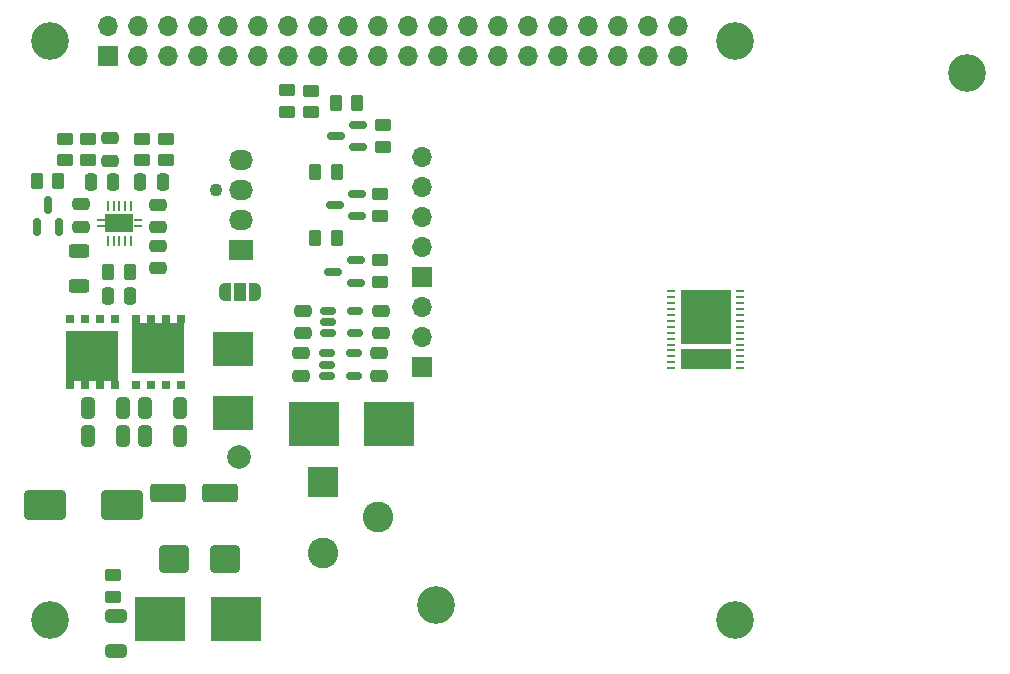
<source format=gts>
G04 #@! TF.GenerationSoftware,KiCad,Pcbnew,7.0.7-7.0.7~ubuntu22.04.1*
G04 #@! TF.CreationDate,2023-10-22T18:43:05+02:00*
G04 #@! TF.ProjectId,bitaxeUltra,62697461-7865-4556-9c74-72612e6b6963,rev?*
G04 #@! TF.SameCoordinates,Original*
G04 #@! TF.FileFunction,Soldermask,Top*
G04 #@! TF.FilePolarity,Negative*
%FSLAX46Y46*%
G04 Gerber Fmt 4.6, Leading zero omitted, Abs format (unit mm)*
G04 Created by KiCad (PCBNEW 7.0.7-7.0.7~ubuntu22.04.1) date 2023-10-22 18:43:05*
%MOMM*%
%LPD*%
G01*
G04 APERTURE LIST*
G04 Aperture macros list*
%AMRoundRect*
0 Rectangle with rounded corners*
0 $1 Rounding radius*
0 $2 $3 $4 $5 $6 $7 $8 $9 X,Y pos of 4 corners*
0 Add a 4 corners polygon primitive as box body*
4,1,4,$2,$3,$4,$5,$6,$7,$8,$9,$2,$3,0*
0 Add four circle primitives for the rounded corners*
1,1,$1+$1,$2,$3*
1,1,$1+$1,$4,$5*
1,1,$1+$1,$6,$7*
1,1,$1+$1,$8,$9*
0 Add four rect primitives between the rounded corners*
20,1,$1+$1,$2,$3,$4,$5,0*
20,1,$1+$1,$4,$5,$6,$7,0*
20,1,$1+$1,$6,$7,$8,$9,0*
20,1,$1+$1,$8,$9,$2,$3,0*%
%AMFreePoly0*
4,1,19,0.550000,-0.750000,0.000000,-0.750000,0.000000,-0.744911,-0.071157,-0.744911,-0.207708,-0.704816,-0.327430,-0.627875,-0.420627,-0.520320,-0.479746,-0.390866,-0.500000,-0.250000,-0.500000,0.250000,-0.479746,0.390866,-0.420627,0.520320,-0.327430,0.627875,-0.207708,0.704816,-0.071157,0.744911,0.000000,0.744911,0.000000,0.750000,0.550000,0.750000,0.550000,-0.750000,0.550000,-0.750000,
$1*%
%AMFreePoly1*
4,1,19,0.000000,0.744911,0.071157,0.744911,0.207708,0.704816,0.327430,0.627875,0.420627,0.520320,0.479746,0.390866,0.500000,0.250000,0.500000,-0.250000,0.479746,-0.390866,0.420627,-0.520320,0.327430,-0.627875,0.207708,-0.704816,0.071157,-0.744911,0.000000,-0.744911,0.000000,-0.750000,-0.550000,-0.750000,-0.550000,0.750000,0.000000,0.750000,0.000000,0.744911,0.000000,0.744911,
$1*%
G04 Aperture macros list end*
%ADD10FreePoly0,180.000000*%
%ADD11R,1.000000X1.500000*%
%ADD12FreePoly1,180.000000*%
%ADD13RoundRect,0.250000X-0.450000X0.262500X-0.450000X-0.262500X0.450000X-0.262500X0.450000X0.262500X0*%
%ADD14R,4.245000X3.810000*%
%ADD15RoundRect,0.150000X0.150000X-0.587500X0.150000X0.587500X-0.150000X0.587500X-0.150000X-0.587500X0*%
%ADD16R,1.700000X1.700000*%
%ADD17O,1.700000X1.700000*%
%ADD18RoundRect,0.150000X-0.512500X-0.150000X0.512500X-0.150000X0.512500X0.150000X-0.512500X0.150000X0*%
%ADD19RoundRect,0.250000X0.262500X0.450000X-0.262500X0.450000X-0.262500X-0.450000X0.262500X-0.450000X0*%
%ADD20RoundRect,0.250000X-0.475000X0.250000X-0.475000X-0.250000X0.475000X-0.250000X0.475000X0.250000X0*%
%ADD21RoundRect,0.250000X0.450000X-0.262500X0.450000X0.262500X-0.450000X0.262500X-0.450000X-0.262500X0*%
%ADD22RoundRect,0.250000X0.250000X0.475000X-0.250000X0.475000X-0.250000X-0.475000X0.250000X-0.475000X0*%
%ADD23RoundRect,0.250000X1.250000X0.550000X-1.250000X0.550000X-1.250000X-0.550000X1.250000X-0.550000X0*%
%ADD24C,3.200000*%
%ADD25R,3.500000X2.950000*%
%ADD26RoundRect,0.250000X-0.325000X-0.650000X0.325000X-0.650000X0.325000X0.650000X-0.325000X0.650000X0*%
%ADD27RoundRect,0.250000X-1.000000X-0.900000X1.000000X-0.900000X1.000000X0.900000X-1.000000X0.900000X0*%
%ADD28RoundRect,0.250000X-0.625000X0.312500X-0.625000X-0.312500X0.625000X-0.312500X0.625000X0.312500X0*%
%ADD29RoundRect,0.250000X0.325000X0.650000X-0.325000X0.650000X-0.325000X-0.650000X0.325000X-0.650000X0*%
%ADD30C,1.100000*%
%ADD31R,2.030000X1.730000*%
%ADD32O,2.030000X1.730000*%
%ADD33RoundRect,0.150000X0.587500X0.150000X-0.587500X0.150000X-0.587500X-0.150000X0.587500X-0.150000X0*%
%ADD34R,0.700000X0.700000*%
%ADD35R,4.510000X4.350000*%
%ADD36RoundRect,0.250000X-0.250000X-0.475000X0.250000X-0.475000X0.250000X0.475000X-0.250000X0.475000X0*%
%ADD37C,2.000000*%
%ADD38R,0.792000X0.221000*%
%ADD39R,4.277000X1.810000*%
%ADD40R,4.277000X4.530000*%
%ADD41RoundRect,0.250000X-0.262500X-0.450000X0.262500X-0.450000X0.262500X0.450000X-0.262500X0.450000X0*%
%ADD42RoundRect,0.250000X-1.500000X-1.000000X1.500000X-1.000000X1.500000X1.000000X-1.500000X1.000000X0*%
%ADD43RoundRect,0.250000X-0.650000X0.325000X-0.650000X-0.325000X0.650000X-0.325000X0.650000X0.325000X0*%
%ADD44RoundRect,0.250000X0.475000X-0.250000X0.475000X0.250000X-0.475000X0.250000X-0.475000X-0.250000X0*%
%ADD45R,2.600000X2.600000*%
%ADD46C,2.600000*%
%ADD47R,0.280000X0.850000*%
%ADD48R,0.700000X0.280000*%
%ADD49R,2.400000X1.650000*%
G04 APERTURE END LIST*
D10*
X194200000Y-80500000D03*
D11*
X192900000Y-80500000D03*
D12*
X191600000Y-80500000D03*
D13*
X204724000Y-72239500D03*
X204724000Y-74064500D03*
D14*
X205511000Y-91694000D03*
X199136000Y-91694000D03*
D15*
X175708000Y-75010700D03*
X177608000Y-75010700D03*
X176658000Y-73135700D03*
D16*
X208280000Y-79248000D03*
D17*
X208280000Y-76708000D03*
X208280000Y-74168000D03*
X208280000Y-71628000D03*
X208280000Y-69088000D03*
D18*
X200255500Y-85730000D03*
X200255500Y-86680000D03*
X200255500Y-87630000D03*
X202530500Y-87630000D03*
X202530500Y-85730000D03*
D19*
X183592200Y-78873800D03*
X181767200Y-78873800D03*
D20*
X185949314Y-76636937D03*
X185949314Y-78536937D03*
D19*
X177519700Y-71126800D03*
X175694700Y-71126800D03*
D21*
X198882000Y-65325000D03*
X198882000Y-63500000D03*
D22*
X186360800Y-71201337D03*
X184460800Y-71201337D03*
D23*
X191222200Y-97572300D03*
X186822200Y-97572300D03*
D24*
X176850000Y-108300000D03*
D13*
X184648800Y-67545637D03*
X184648800Y-69370637D03*
D25*
X192331700Y-85325400D03*
X192331700Y-90775400D03*
D13*
X186630000Y-67545637D03*
X186630000Y-69370637D03*
D26*
X180034500Y-90354600D03*
X182984500Y-90354600D03*
D27*
X187334000Y-103124000D03*
X191634000Y-103124000D03*
D28*
X179294514Y-77104837D03*
X179294514Y-80029837D03*
D13*
X178075314Y-67545637D03*
X178075314Y-69370637D03*
D29*
X187814100Y-92742200D03*
X184864100Y-92742200D03*
D19*
X201094250Y-70358000D03*
X199269250Y-70358000D03*
D13*
X180005714Y-67545637D03*
X180005714Y-69370637D03*
D19*
X201094250Y-75946000D03*
X199269250Y-75946000D03*
D20*
X204827500Y-82108000D03*
X204827500Y-84008000D03*
D30*
X190834000Y-71872000D03*
D31*
X192994000Y-76952000D03*
D32*
X192994000Y-74412000D03*
X192994000Y-71872000D03*
X192994000Y-69332000D03*
D16*
X181737000Y-60568000D03*
D17*
X181737000Y-58028000D03*
X184277000Y-60568000D03*
X184277000Y-58028000D03*
X186817000Y-60568000D03*
X186817000Y-58028000D03*
X189357000Y-60568000D03*
X189357000Y-58028000D03*
X191897000Y-60568000D03*
X191897000Y-58028000D03*
X194437000Y-60568000D03*
X194437000Y-58028000D03*
X196977000Y-60568000D03*
X196977000Y-58028000D03*
X199517000Y-60568000D03*
X199517000Y-58028000D03*
X202057000Y-60568000D03*
X202057000Y-58028000D03*
X204597000Y-60568000D03*
X204597000Y-58028000D03*
X207137000Y-60568000D03*
X207137000Y-58028000D03*
X209677000Y-60568000D03*
X209677000Y-58028000D03*
X212217000Y-60568000D03*
X212217000Y-58028000D03*
X214757000Y-60568000D03*
X214757000Y-58028000D03*
X217297000Y-60568000D03*
X217297000Y-58028000D03*
X219837000Y-60568000D03*
X219837000Y-58028000D03*
X222377000Y-60568000D03*
X222377000Y-58028000D03*
X224917000Y-60568000D03*
X224917000Y-58028000D03*
X227457000Y-60568000D03*
X227457000Y-58028000D03*
X229997000Y-60568000D03*
X229997000Y-58028000D03*
D33*
X202692000Y-79756000D03*
X202692000Y-77856000D03*
X200817000Y-78806000D03*
D34*
X182322200Y-82804800D03*
X181052200Y-82804800D03*
X179782200Y-82804800D03*
X178512200Y-82804800D03*
D35*
X180417200Y-85934800D03*
D34*
X182322200Y-88404800D03*
X181052200Y-88404800D03*
X179782200Y-88404800D03*
X178512200Y-88404800D03*
D24*
X234850000Y-108300000D03*
D34*
X184100200Y-88404800D03*
X185370200Y-88404800D03*
X186640200Y-88404800D03*
X187910200Y-88404800D03*
D35*
X186005200Y-85274800D03*
D34*
X184100200Y-82804800D03*
X185370200Y-82804800D03*
X186640200Y-82804800D03*
X187910200Y-82804800D03*
D36*
X181729700Y-80905800D03*
X183629700Y-80905800D03*
D20*
X179452000Y-73123200D03*
X179452000Y-75023200D03*
X198091000Y-85730000D03*
X198091000Y-87630000D03*
D13*
X182118000Y-104497500D03*
X182118000Y-106322500D03*
D20*
X198223500Y-82108000D03*
X198223500Y-84008000D03*
D37*
X192786000Y-94488000D03*
D38*
X235263000Y-86997000D03*
X235263000Y-86495000D03*
X235263000Y-85993000D03*
X235263000Y-85491000D03*
X235263000Y-84989000D03*
X235263000Y-84487000D03*
X235263000Y-83985000D03*
X235263000Y-83483000D03*
X235263000Y-82981000D03*
X235263000Y-82479000D03*
X235263000Y-81977000D03*
X235263000Y-81475000D03*
X235263000Y-80973000D03*
X235263000Y-80471000D03*
X229431000Y-80484000D03*
X229431000Y-80984000D03*
X229431000Y-81484000D03*
X229431000Y-81984000D03*
X229431000Y-82484000D03*
X229431000Y-82981000D03*
X229431000Y-83484000D03*
X229431000Y-83985000D03*
X229431000Y-84487000D03*
X229431000Y-84989000D03*
X229431000Y-85491000D03*
X229431000Y-85984000D03*
X229431000Y-86495000D03*
X229431000Y-86984000D03*
D39*
X232347000Y-86202000D03*
D40*
X232347000Y-82626000D03*
D24*
X254500000Y-62000000D03*
D41*
X201017500Y-64516000D03*
X202842500Y-64516000D03*
D42*
X176374200Y-98552000D03*
X182874200Y-98552000D03*
D21*
X196850000Y-65278000D03*
X196850000Y-63453000D03*
D43*
X182372000Y-107999000D03*
X182372000Y-110949000D03*
D20*
X204695000Y-85730000D03*
X204695000Y-87630000D03*
D44*
X181936114Y-69408137D03*
X181936114Y-67508137D03*
D26*
X180034500Y-92742200D03*
X182984500Y-92742200D03*
D29*
X187814100Y-90354600D03*
X184864100Y-90354600D03*
D16*
X208280000Y-86868000D03*
D17*
X208280000Y-84328000D03*
X208280000Y-81788000D03*
D24*
X209500000Y-107000000D03*
X176850000Y-59300000D03*
D45*
X199898000Y-96616000D03*
D46*
X199898000Y-102616000D03*
X204598000Y-99616000D03*
D14*
X186157000Y-108204000D03*
X192532000Y-108204000D03*
D24*
X234850000Y-59300000D03*
D33*
X202789000Y-74102000D03*
X202789000Y-72202000D03*
X200914000Y-73152000D03*
D18*
X200388000Y-82108000D03*
X200388000Y-83058000D03*
X200388000Y-84008000D03*
X202663000Y-84008000D03*
X202663000Y-82108000D03*
D47*
X183701714Y-73259537D03*
X183201714Y-73259537D03*
X182701714Y-73259537D03*
X182201714Y-73259537D03*
X181701714Y-73259537D03*
X181701714Y-76209537D03*
X182201714Y-76209537D03*
X182701714Y-76209537D03*
X183201714Y-76209537D03*
X183701714Y-76209537D03*
D48*
X184251714Y-74484537D03*
X181151714Y-74484537D03*
D49*
X182701714Y-74734537D03*
D48*
X184251714Y-74984537D03*
X181151714Y-74984537D03*
D33*
X202867500Y-68260000D03*
X202867500Y-66360000D03*
X200992500Y-67310000D03*
D22*
X182190114Y-71201337D03*
X180290114Y-71201337D03*
D13*
X204724000Y-77827500D03*
X204724000Y-79652500D03*
D20*
X185949314Y-73146937D03*
X185949314Y-75046937D03*
D13*
X204978000Y-66397500D03*
X204978000Y-68222500D03*
M02*

</source>
